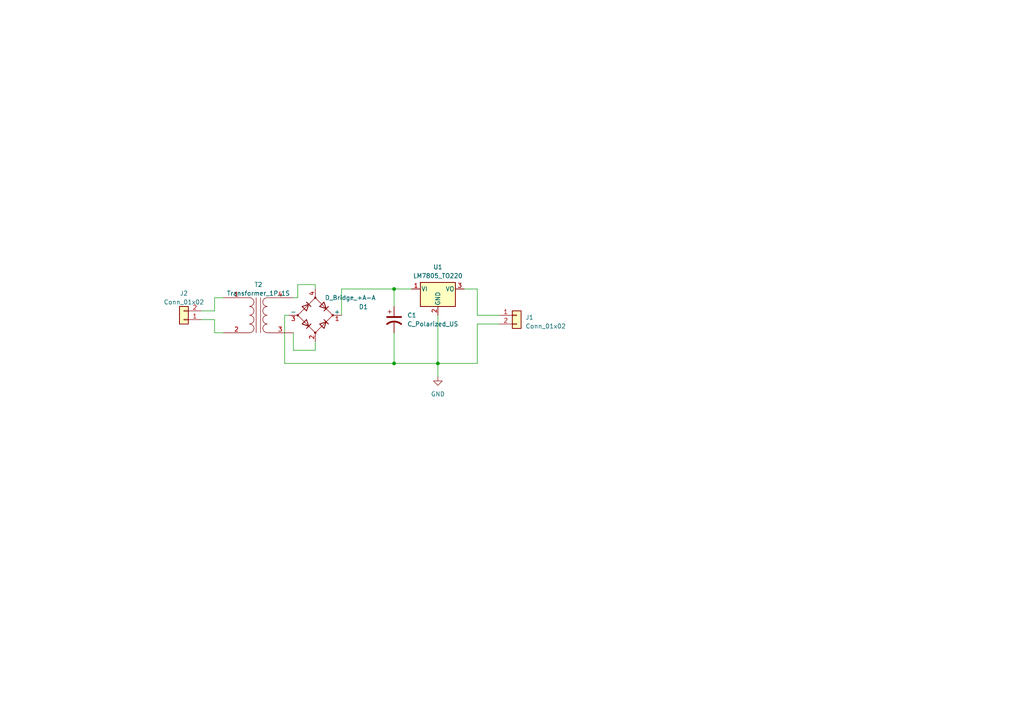
<source format=kicad_sch>
(kicad_sch (version 20230121) (generator eeschema)
  (paper "A4")
  (lib_symbols
    (symbol "Connector_Generic:Conn_01x02" (pin_names (offset 1.016) hide)
      (property "Reference" "J" (at 0 2.54 0))
      (property "Value" "Conn_01x02" (at 0 -5.08 0))
      (symbol "Conn_01x02_1_1"
        (rectangle (start -1.27 -2.413) (end 0 -2.667) (stroke (width 0.1524)))
        (rectangle (start -1.27 0.127) (end 0 -0.127) (stroke (width 0.1524)))
        (rectangle (start -1.27 1.27) (end 1.27 -3.81) (stroke (width 0.254)) (fill (type background)))
        (pin passive line (at -5.08 0 0) (length 3.81) (name "Pin_1") (number "1"))
        (pin passive line (at -5.08 -2.54 0) (length 3.81) (name "Pin_2") (number "2"))
      )
    )
    (symbol "Device:C_Polarized_US" (pin_numbers hide) (pin_names (offset 0.254) hide)
      (property "Reference" "C" (at 0.635 2.54 0))
      (property "Value" "C_Polarized_US" (at 0.635 -2.54 0))
      (symbol "C_Polarized_US_0_1"
        (polyline (pts (xy -2.032 0.762) (xy 2.032 0.762)) (stroke (width 0.508)))
        (polyline (pts (xy -1.778 2.286) (xy -0.762 2.286)))
        (polyline (pts (xy -1.27 1.778) (xy -1.27 2.794)))
        (arc (start 2.032 -1.27) (mid 0 -0.5572) (end -2.032 -1.27) (stroke (width 0.508)))
      )
      (symbol "C_Polarized_US_1_1"
        (pin passive line (at 0 3.81 270) (length 2.794) (name "~") (number "1"))
        (pin passive line (at 0 -3.81 90) (length 3.302) (name "~") (number "2"))
      )
    )
    (symbol "Device:D_Bridge_+A-A" (pin_names (offset 0))
      (property "Reference" "D" (at 2.54 6.985 0))
      (property "Value" "D_Bridge_+A-A" (at 2.54 5.08 0))
      (symbol "D_Bridge_+A-A_0_1"
        (circle (center -5.08 0) (radius 0.254) (fill (type outline)))
        (circle (center 0 -5.08) (radius 0.254) (fill (type outline)))
        (polyline (pts (xy -2.54 3.81) (xy -1.27 2.54)) (stroke (width 0.254)))
        (polyline (pts (xy -1.27 -2.54) (xy -2.54 -3.81)) (stroke (width 0.254)))
        (polyline (pts (xy 2.54 -1.27) (xy 3.81 -2.54)) (stroke (width 0.254)))
        (polyline (pts (xy 2.54 1.27) (xy 3.81 2.54)) (stroke (width 0.254)))
        (polyline (pts (xy -3.81 2.54) (xy -2.54 1.27) (xy -1.905 3.175) (xy -3.81 2.54)) (stroke (width 0.254)))
        (polyline (pts (xy -2.54 -1.27) (xy -3.81 -2.54) (xy -1.905 -3.175) (xy -2.54 -1.27)) (stroke (width 0.254)))
        (polyline (pts (xy 1.27 2.54) (xy 2.54 3.81) (xy 3.175 1.905) (xy 1.27 2.54)) (stroke (width 0.254)))
        (polyline (pts (xy 3.175 -1.905) (xy 1.27 -2.54) (xy 2.54 -3.81) (xy 3.175 -1.905)) (stroke (width 0.254)))
        (polyline (pts (xy -5.08 0) (xy 0 -5.08) (xy 5.08 0) (xy 0 5.08) (xy -5.08 0)))
        (circle (center 0 5.08) (radius 0.254) (fill (type outline)))
        (circle (center 5.08 0) (radius 0.254) (fill (type outline)))
      )
      (symbol "D_Bridge_+A-A_1_1"
        (pin passive line (at 7.62 0 180) (length 2.54) (name "+") (number "1"))
        (pin passive line (at 0 -7.62 90) (length 2.54) (name "~") (number "2"))
        (pin passive line (at -7.62 0 0) (length 2.54) (name "-") (number "3"))
        (pin passive line (at 0 7.62 270) (length 2.54) (name "~") (number "4"))
      )
    )
    (symbol "Device:Transformer_1P_1S" (pin_names (offset 1.016) hide)
      (property "Reference" "T" (at 0 6.35 0))
      (property "Value" "Transformer_1P_1S" (at 0 -7.62 0))
      (symbol "Transformer_1P_1S_0_1"
        (arc (start -2.54 -5.0546) (mid -1.6599 -4.6901) (end -1.27 -3.81))
        (arc (start -2.54 -2.5146) (mid -1.6599 -2.1501) (end -1.27 -1.27))
        (arc (start -2.54 0.0254) (mid -1.6599 0.3899) (end -1.27 1.27))
        (arc (start -2.54 2.5654) (mid -1.6599 2.9299) (end -1.27 3.81))
        (arc (start -1.27 -3.81) (mid -1.642 -2.912) (end -2.54 -2.54))
        (arc (start -1.27 -1.27) (mid -1.642 -0.372) (end -2.54 0))
        (arc (start -1.27 1.27) (mid -1.642 2.168) (end -2.54 2.54))
        (arc (start -1.27 3.81) (mid -1.642 4.708) (end -2.54 5.08))
        (polyline (pts (xy -0.635 5.08) (xy -0.635 -5.08)))
        (polyline (pts (xy 0.635 -5.08) (xy 0.635 5.08)))
        (arc (start 1.2954 -1.27) (mid 1.6599 -2.1501) (end 2.54 -2.5146))
        (arc (start 1.2954 1.27) (mid 1.6599 0.3899) (end 2.54 0.0254))
        (arc (start 1.2954 3.81) (mid 1.6599 2.9299) (end 2.54 2.5654))
        (arc (start 1.3208 -3.81) (mid 1.6853 -4.6901) (end 2.5654 -5.0546))
        (arc (start 2.54 0) (mid 1.642 -0.372) (end 1.2954 -1.27))
        (arc (start 2.54 2.54) (mid 1.642 2.168) (end 1.2954 1.27))
        (arc (start 2.54 5.08) (mid 1.642 4.708) (end 1.2954 3.81))
        (arc (start 2.5654 -2.54) (mid 1.6674 -2.912) (end 1.3208 -3.81))
      )
      (symbol "Transformer_1P_1S_1_1"
        (pin passive line (at -10.16 5.08 0) (length 7.62) (name "AA") (number "1"))
        (pin passive line (at -10.16 -5.08 0) (length 7.62) (name "AB") (number "2"))
        (pin passive line (at 10.16 -5.08 180) (length 7.62) (name "SA") (number "3"))
        (pin passive line (at 10.16 5.08 180) (length 7.62) (name "SB") (number "4"))
      )
    )
    (symbol "Regulator_Linear:LM7805_TO220" (pin_names (offset 0.254))
      (property "Reference" "U" (at -3.81 3.175 0))
      (property "Value" "LM7805_TO220" (at 0 3.175 0))
      (symbol "LM7805_TO220_0_1"
        (rectangle (start -5.08 1.905) (end 5.08 -5.08) (stroke (width 0.254)) (fill (type background)))
      )
      (symbol "LM7805_TO220_1_1"
        (pin power_in line (at -7.62 0 0) (length 2.54) (name "VI") (number "1"))
        (pin power_in line (at 0 -7.62 90) (length 2.54) (name "GND") (number "2"))
        (pin power_out line (at 7.62 0 180) (length 2.54) (name "VO") (number "3"))
      )
    )
    (symbol "power:GND" (power) (pin_names (offset 0))
      (property "Value" "GND" (at 0 -3.81 0))
      (symbol "GND_0_1"
        (polyline (pts (xy 0 0) (xy 0 -1.27) (xy 1.27 -1.27) (xy 0 -2.54) (xy -1.27 -1.27) (xy 0 -1.27)))
      )
      (symbol "GND_1_1"
        (pin power_in line (at 0 0 270) (length 0) hide (name "GND") (number "1"))
      )
    )
  )
  (junction (at 114.3 83.82))
  (junction (at 127 105.41))
  (junction (at 114.3 105.41))
  (wire (pts (xy 99.06 83.82) (xy 99.06 91.44)))
  (wire (pts (xy 134.62 83.82) (xy 138.43 83.82)))
  (wire (pts (xy 91.44 101.6) (xy 85.09 101.6)))
  (wire (pts (xy 114.3 105.41) (xy 114.3 96.52)))
  (wire (pts (xy 82.55 105.41) (xy 114.3 105.41)))
  (wire (pts (xy 62.23 92.71) (xy 62.23 96.52)))
  (wire (pts (xy 138.43 93.98) (xy 138.43 105.41)))
  (wire (pts (xy 144.78 93.98) (xy 138.43 93.98)))
  (wire (pts (xy 85.09 101.6) (xy 85.09 96.52)))
  (wire (pts (xy 62.23 96.52) (xy 64.77 96.52)))
  (wire (pts (xy 58.42 92.71) (xy 62.23 92.71)))
  (wire (pts (xy 62.23 90.17) (xy 58.42 90.17)))
  (wire (pts (xy 82.55 91.44) (xy 82.55 105.41)))
  (wire (pts (xy 62.23 86.36) (xy 62.23 90.17)))
  (wire (pts (xy 86.36 86.36) (xy 86.36 82.55)))
  (wire (pts (xy 114.3 83.82) (xy 99.06 83.82)))
  (wire (pts (xy 91.44 82.55) (xy 91.44 83.82)))
  (wire (pts (xy 138.43 105.41) (xy 127 105.41)))
  (wire (pts (xy 85.09 86.36) (xy 86.36 86.36)))
  (wire (pts (xy 86.36 82.55) (xy 91.44 82.55)))
  (wire (pts (xy 127 105.41) (xy 114.3 105.41)))
  (wire (pts (xy 64.77 86.36) (xy 62.23 86.36)))
  (wire (pts (xy 127 91.44) (xy 127 105.41)))
  (wire (pts (xy 83.82 91.44) (xy 82.55 91.44)))
  (wire (pts (xy 138.43 91.44) (xy 144.78 91.44)))
  (wire (pts (xy 127 109.22) (xy 127 105.41)))
  (wire (pts (xy 91.44 99.06) (xy 91.44 101.6)))
  (wire (pts (xy 138.43 83.82) (xy 138.43 91.44)))
  (wire (pts (xy 114.3 83.82) (xy 119.38 83.82)))
  (wire (pts (xy 114.3 83.82) (xy 114.3 88.9)))
  (symbol (lib_id "power:GND") (at 127 109.22 0) (unit 1)
    (property "Reference" "#PWR01" (effects hide))
    (property "Value" "GND" (at 127 114.3 0))
  )
  (symbol (lib_id "Device:C_Polarized_US") (at 114.3 92.71 0) (unit 1)
    (property "Reference" "C1" (at 118.11 91.44 0) (effects (justify left)))
    (property "Value" "C_Polarized_US" (at 118.11 93.98 0) (effects (justify left)))
  )
  (symbol (lib_id "Connector_Generic:Conn_01x02") (at 53.34 92.71 180) (unit 1)
    (property "Reference" "J2" (at 53.34 85.09 0))
    (property "Value" "Conn_01x02" (at 53.34 87.63 0))
  )
  (symbol (lib_id "Connector_Generic:Conn_01x02") (at 149.86 91.44 0) (unit 1)
    (property "Reference" "J1" (at 152.4 92.075 0) (effects (justify left)))
    (property "Value" "Conn_01x02" (at 152.4 94.615 0) (effects (justify left)))
  )
  (symbol (lib_id "Regulator_Linear:LM7805_TO220") (at 127 83.82 0) (unit 1)
    (property "Reference" "U1" (at 127 77.47 0))
    (property "Value" "LM7805_TO220" (at 127 80.01 0))
    (property "Footprint" "Package_TO_SOT_THT:TO-220-3_Vertical" (effects hide))
    (property "Datasheet" "https://www.onsemi.cn/PowerSolutions/document/MC7800-D.PDF" (effects hide))
  )
  (symbol (lib_id "Device:Transformer_1P_1S") (at 74.93 91.44 0) (unit 1)
    (property "Reference" "T2" (at 74.9427 82.55 0))
    (property "Value" "Transformer_1P_1S" (at 74.9427 85.09 0))
  )
  (symbol (lib_id "Device:D_Bridge_+A-A") (at 91.44 91.44 0) (unit 1)
    (property "Reference" "D1" (at 105.41 89.0017 0))
    (property "Value" "D_Bridge_+A-A" (at 101.6 86.36 0))
  )
)
</source>
